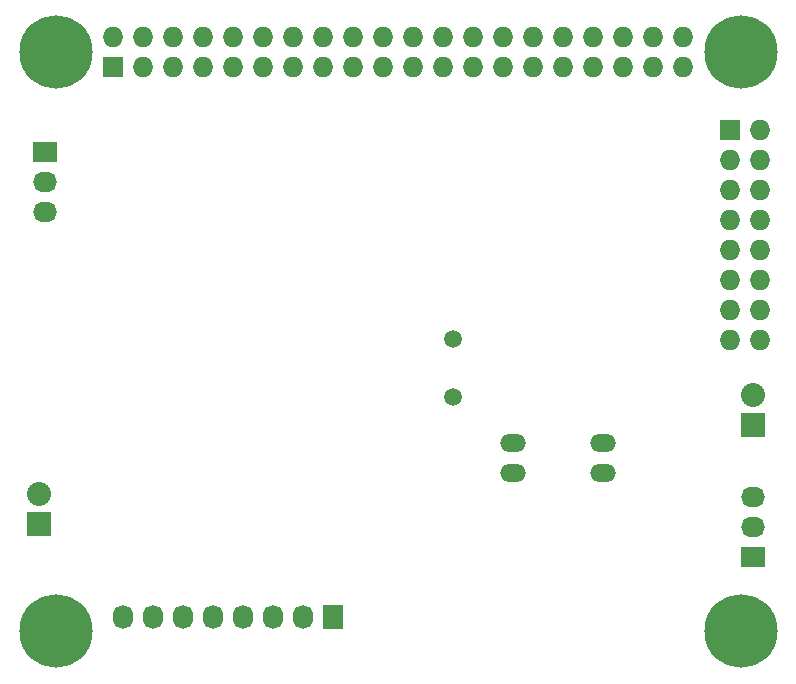
<source format=gbs>
G04 #@! TF.FileFunction,Soldermask,Bot*
%FSLAX46Y46*%
G04 Gerber Fmt 4.6, Leading zero omitted, Abs format (unit mm)*
G04 Created by KiCad (PCBNEW (2015-07-31 BZR 6030)-product) date lø. 01. aug. 2015 kl. 19.41 +0200*
%MOMM*%
G01*
G04 APERTURE LIST*
%ADD10C,0.100000*%
%ADD11R,1.727200X1.727200*%
%ADD12O,1.727200X1.727200*%
%ADD13C,6.200000*%
%ADD14R,2.032000X2.032000*%
%ADD15O,2.032000X2.032000*%
%ADD16R,2.032000X1.727200*%
%ADD17O,2.032000X1.727200*%
%ADD18O,2.197100X1.498600*%
%ADD19O,2.194560X1.496060*%
%ADD20C,1.501140*%
%ADD21R,1.727200X2.032000*%
%ADD22O,1.727200X2.032000*%
G04 APERTURE END LIST*
D10*
D11*
X66488000Y-61398000D03*
D12*
X66488000Y-58858000D03*
X69028000Y-61398000D03*
X69028000Y-58858000D03*
X71568000Y-61398000D03*
X71568000Y-58858000D03*
X74108000Y-61398000D03*
X74108000Y-58858000D03*
X76648000Y-61398000D03*
X76648000Y-58858000D03*
X79188000Y-61398000D03*
X79188000Y-58858000D03*
X81728000Y-61398000D03*
X81728000Y-58858000D03*
X84268000Y-61398000D03*
X84268000Y-58858000D03*
X86808000Y-61398000D03*
X86808000Y-58858000D03*
X89348000Y-61398000D03*
X89348000Y-58858000D03*
X91888000Y-61398000D03*
X91888000Y-58858000D03*
X94428000Y-61398000D03*
X94428000Y-58858000D03*
X96968000Y-61398000D03*
X96968000Y-58858000D03*
X99508000Y-61398000D03*
X99508000Y-58858000D03*
X102048000Y-61398000D03*
X102048000Y-58858000D03*
X104588000Y-61398000D03*
X104588000Y-58858000D03*
X107128000Y-61398000D03*
X107128000Y-58858000D03*
X109668000Y-61398000D03*
X109668000Y-58858000D03*
X112208000Y-61398000D03*
X112208000Y-58858000D03*
X114748000Y-61398000D03*
X114748000Y-58858000D03*
D13*
X119618000Y-60128000D03*
X119618000Y-109128000D03*
X61618000Y-109128000D03*
X61618000Y-60128000D03*
D14*
X120650000Y-91694000D03*
D15*
X120650000Y-89154000D03*
D16*
X120650000Y-102870000D03*
D17*
X120650000Y-100330000D03*
X120650000Y-97790000D03*
D16*
X60706000Y-68580000D03*
D17*
X60706000Y-71120000D03*
X60706000Y-73660000D03*
D18*
X107950000Y-95758000D03*
X107950000Y-93218000D03*
D19*
X100330000Y-93218000D03*
X100330000Y-95758000D03*
D20*
X95250000Y-89308940D03*
X95250000Y-84427060D03*
D11*
X118745000Y-66675000D03*
D12*
X121285000Y-66675000D03*
X118745000Y-69215000D03*
X121285000Y-69215000D03*
X118745000Y-71755000D03*
X121285000Y-71755000D03*
X118745000Y-74295000D03*
X121285000Y-74295000D03*
X118745000Y-76835000D03*
X121285000Y-76835000D03*
X118745000Y-79375000D03*
X121285000Y-79375000D03*
X118745000Y-81915000D03*
X121285000Y-81915000D03*
X118745000Y-84455000D03*
X121285000Y-84455000D03*
D21*
X85090000Y-107950000D03*
D22*
X82550000Y-107950000D03*
X80010000Y-107950000D03*
X77470000Y-107950000D03*
X74930000Y-107950000D03*
X72390000Y-107950000D03*
X69850000Y-107950000D03*
X67310000Y-107950000D03*
D14*
X60198000Y-100076000D03*
D15*
X60198000Y-97536000D03*
M02*

</source>
